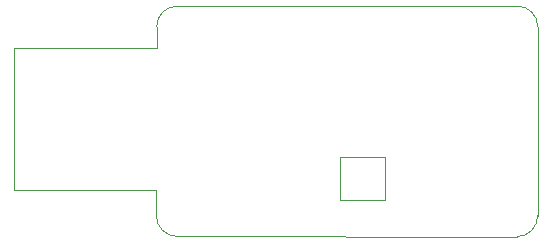
<source format=gbr>
%TF.GenerationSoftware,KiCad,Pcbnew,7.0.8*%
%TF.CreationDate,2024-02-06T14:03:30-06:00*%
%TF.ProjectId,Keeb,4b656562-2e6b-4696-9361-645f70636258,rev?*%
%TF.SameCoordinates,Original*%
%TF.FileFunction,Profile,NP*%
%FSLAX46Y46*%
G04 Gerber Fmt 4.6, Leading zero omitted, Abs format (unit mm)*
G04 Created by KiCad (PCBNEW 7.0.8) date 2024-02-06 14:03:30*
%MOMM*%
%LPD*%
G01*
G04 APERTURE LIST*
%TA.AperFunction,Profile*%
%ADD10C,0.100000*%
%TD*%
%TA.AperFunction,Profile*%
%ADD11C,0.120000*%
%TD*%
G04 APERTURE END LIST*
D10*
X144978815Y-82004001D02*
G75*
G03*
X146753117Y-83753831I1749999J0D01*
G01*
X175504001Y-83771185D02*
G75*
G03*
X177253831Y-81996883I0J1749999D01*
G01*
X177271185Y-65995999D02*
G75*
G03*
X175496883Y-64246169I-1749999J0D01*
G01*
X146750000Y-64250001D02*
G75*
G03*
X145000170Y-66024303I0J-1749999D01*
G01*
X144978814Y-82004001D02*
X144975000Y-79800000D01*
X175504001Y-83771186D02*
X146753117Y-83753832D01*
X177271186Y-65995999D02*
X177253832Y-81996883D01*
X146750000Y-64250000D02*
X175496883Y-64246168D01*
X145000000Y-67800000D02*
X145000169Y-66024303D01*
X132900000Y-79800000D02*
X144975000Y-79800000D01*
X132900000Y-67800000D02*
X132900000Y-79800000D01*
X132900000Y-67800000D02*
X145000000Y-67800000D01*
D11*
%TO.C,D5*%
X160550000Y-80640000D02*
X164350000Y-80640000D01*
X164350000Y-80640000D02*
X164350000Y-77040000D01*
X164350000Y-77040000D02*
X160550000Y-77040000D01*
X160550000Y-77040000D02*
X160550000Y-80640000D01*
%TD*%
M02*

</source>
